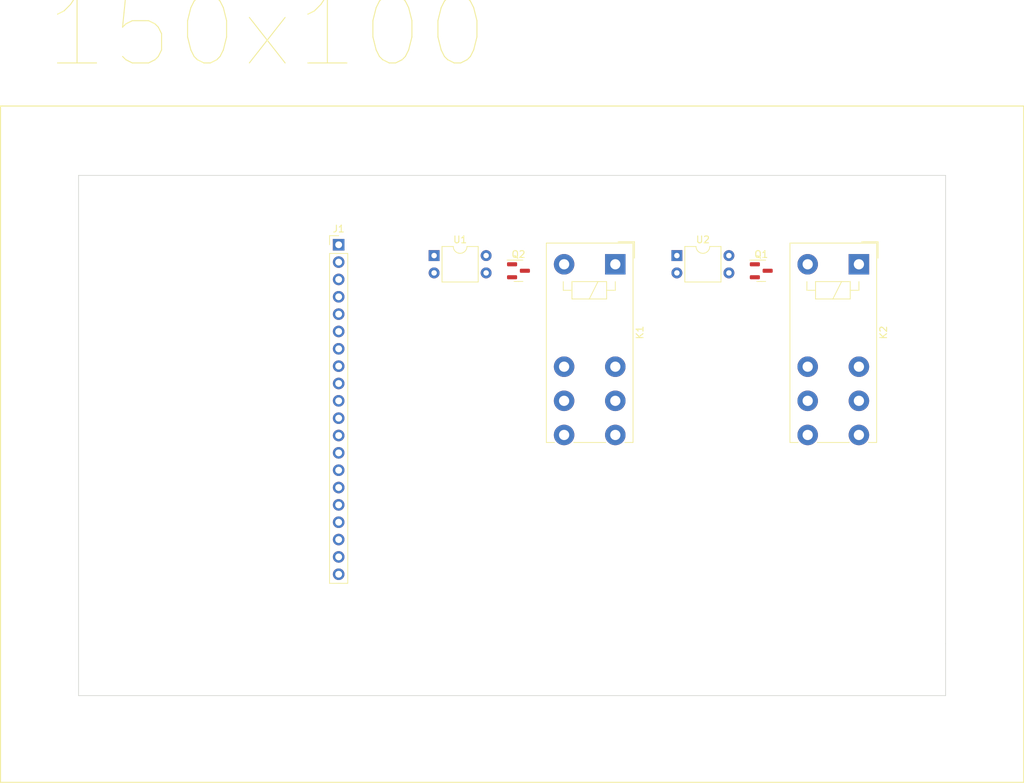
<source format=kicad_pcb>
(kicad_pcb (version 20221018) (generator pcbnew)
  (layers (0 "F.Cu" signal) (31 "B.Cu" signal) (34 "B.Paste" user) (35 "F.Paste" user) (36 "B.SilkS" user "B.Silkscreen") (37 "F.SilkS" user "F.Silkscreen") (38 "B.Mask" user) (39 "F.Mask" user) (44 "Edge.Cuts" user))
  (net 0 "")
  (net 1 "+5V")
  (net 2 "GND")
  (net 3 "Net-(Q2-G)")
  (net 4 "GNDD")
  (net 14 "Net-(J2-Pin_1)")
  (net 15 "Net-(J2-Pin_4)")
  (net 16 "Net-(J2-Pin_2)")
  (net 17 "Net-(J2-Pin_3)")
  (net 18 "Net-(R1-Pad2)")
  (net 21 "Net-(Q1-G)")
  (net 22 "Net-(R2-Pad2)")
  (net 25 "Net-(D1-K)")
  (net 26 "Net-(J3-Pin_1)")
  (net 27 "Net-(J3-Pin_4)")
  (net 28 "Net-(J3-Pin_2)")
  (net 29 "Net-(J3-Pin_3)")
  (net 30 "Net-(D2-K)")
  (net 31 "Net-(J1-Pin_20)")
  (net 32 "Net-(J1-Pin_19)")
  (net 33 "Net-(J1-Pin_18)")
  (net 34 "Net-(J1-Pin_5)")
  (net 35 "Net-(J1-Pin_4)")
  (net 36 "Net-(J1-Pin_3)")
  (net 37 "Net-(J1-Pin_2)")
  (net 38 "Net-(J1-Pin_1)")
  (net 39 "Net-(D5-A)")
  (net 40 "Net-(D4-A)")
  (net 41 "Net-(D3-A)")
  (footprint "Package_TO_SOT_SMD:SOT-23" (layer "F.Cu") (at 176.1975 64.77)
    (fp_text reference "Q1" (at 0 -2.4) (layer "F.SilkS"))
    (fp_text value "2N7002")
    (fp_line (start 0 -1.56) (end -1.675 -1.56) (stroke (width 0.12)) (layer "F.SilkS"))
    (fp_line (start 0 -1.56) (end 0.65 -1.56) (stroke (width 0.12)) (layer "F.SilkS"))
    (fp_line (start 0 1.56) (end -0.65 1.56) (stroke (width 0.12)) (layer "F.SilkS"))
    (fp_line (start 0 1.56) (end 0.65 1.56) (stroke (width 0.12)) (layer "F.SilkS"))
    (pad "1" smd roundrect (at -0.9375 -0.95) (size 1.475 0.6) (layers "F.Cu" "F.Paste" "F.Mask") (net 21 "Net-(Q1-G)"))
    (pad "2" smd roundrect (at -0.9375 0.95) (size 1.475 0.6) (layers "F.Cu" "F.Paste" "F.Mask") (net 2 "GND"))
    (pad "3" smd roundrect (at 0.9375 0) (size 1.475 0.6) (layers "F.Cu" "F.Paste" "F.Mask") (net 30 "Net-(D2-K)"))
  )
  (footprint "Relay_THT:Relay_DPDT_Finder_40.52" (layer "F.Cu") (at 190.5 63.82 -90)
    (fp_text reference "K2" (at 10 -3.6 90) (layer "F.SilkS"))
    (fp_text value "RSM822")
    (fp_line (start -3.3 -0.4) (end -3.3 -2.8) (stroke (width 0.12)) (layer "F.SilkS"))
    (fp_line (start -3.1 -2.6) (end 26.1 -2.6) (stroke (width 0.12)) (layer "F.SilkS"))
    (fp_line (start -3.1 10.1) (end -3.1 -2.6) (stroke (width 0.12)) (layer "F.SilkS"))
    (fp_line (start -0.9 -2.8) (end -3.3 -2.8) (stroke (width 0.12)) (layer "F.SilkS"))
    (fp_line (start 2.54 0) (end 3.81 0) (stroke (width 0.12)) (layer "F.SilkS"))
    (fp_line (start 2.54 1.27) (end 3.81 1.27) (stroke (width 0.12)) (layer "F.SilkS"))
    (fp_line (start 2.54 2.54) (end 5.08 3.81) (stroke (width 0.12)) (layer "F.SilkS"))
    (fp_line (start 2.54 6.35) (end 2.54 1.27) (stroke (width 0.12)) (layer "F.SilkS"))
    (fp_line (start 3.81 0) (end 3.81 1.27) (stroke (width 0.12)) (layer "F.SilkS"))
    (fp_line (start 3.81 1.27) (end 5.08 1.27) (stroke (width 0.12)) (layer "F.SilkS"))
    (fp_line (start 3.81 6.35) (end 3.81 7.62) (stroke (width 0.12)) (layer "F.SilkS"))
    (fp_line (start 3.81 7.62) (end 2.54 7.62) (stroke (width 0.12)) (layer "F.SilkS"))
    (fp_line (start 5.08 1.27) (end 5.08 6.35) (stroke (width 0.12)) (layer "F.SilkS"))
    (fp_line (start 5.08 6.35) (end 2.54 6.35) (stroke (width 0.12)) (layer "F.SilkS"))
    (fp_line (start 26.1 -2.6) (end 26.1 -1.4) (stroke (width 0.12)) (layer "F.SilkS"))
    (fp_line (start 26.1 1.4) (end 26.1 6.1) (stroke (width 0.12)) (layer "F.SilkS"))
    (fp_line (start 26.1 8.9) (end 26.1 10.1) (stroke (width 0.12)) (layer "F.SilkS"))
    (fp_line (start 26.1 10.1) (end -3.1 10.1) (stroke (width 0.12)) (layer "F.SilkS"))
    (pad "11" thru_hole circle (at 20 0 270) (size 3 3) (drill 1.5) (layers "*.Cu" "*.Mask") (net 26 "Net-(J3-Pin_1)"))
    (pad "12" thru_hole circle (at 15 0 270) (size 3 3) (drill 1.5) (layers "*.Cu" "*.Mask"))
    (pad "14" thru_hole circle (at 25 0 270) (size 3 3) (drill 1.5) (layers "*.Cu" "*.Mask") (net 27 "Net-(J3-Pin_4)"))
    (pad "21" thru_hole circle (at 20 7.5 270) (size 3 3) (drill 1.5) (layers "*.Cu" "*.Mask") (net 28 "Net-(J3-Pin_2)"))
    (pad "22" thru_hole circle (at 15 7.5 270) (size 3 3) (drill 1.5) (layers "*.Cu" "*.Mask"))
    (pad "24" thru_hole circle (at 25 7.5 270) (size 3 3) (drill 1.5) (layers "*.Cu" "*.Mask") (net 29 "Net-(J3-Pin_3)"))
    (pad "A1" thru_hole rect (at 0 0 270) (size 3 3) (drill 1.5) (layers "*.Cu" "*.Mask") (net 1 "+5V"))
    (pad "A2" thru_hole circle (at 0 7.5 270) (size 3 3) (drill 1.5) (layers "*.Cu" "*.Mask") (net 30 "Net-(D2-K)"))
  )
  (footprint "Package_TO_SOT_SMD:SOT-23" (layer "F.Cu") (at 140.6375 64.77)
    (fp_text reference "Q2" (at 0 -2.4) (layer "F.SilkS"))
    (fp_text value "2N7002")
    (fp_line (start 0 -1.56) (end -1.675 -1.56) (stroke (width 0.12)) (layer "F.SilkS"))
    (fp_line (start 0 -1.56) (end 0.65 -1.56) (stroke (width 0.12)) (layer "F.SilkS"))
    (fp_line (start 0 1.56) (end -0.65 1.56) (stroke (width 0.12)) (layer "F.SilkS"))
    (fp_line (start 0 1.56) (end 0.65 1.56) (stroke (width 0.12)) (layer "F.SilkS"))
    (pad "1" smd roundrect (at -0.9375 -0.95) (size 1.475 0.6) (layers "F.Cu" "F.Paste" "F.Mask") (net 3 "Net-(Q2-G)"))
    (pad "2" smd roundrect (at -0.9375 0.95) (size 1.475 0.6) (layers "F.Cu" "F.Paste" "F.Mask") (net 2 "GND"))
    (pad "3" smd roundrect (at 0.9375 0) (size 1.475 0.6) (layers "F.Cu" "F.Paste" "F.Mask") (net 25 "Net-(D1-K)"))
  )
  (footprint "Relay_THT:Relay_DPDT_Finder_40.52" (layer "F.Cu") (at 154.82 63.82 -90)
    (fp_text reference "K1" (at 10 -3.6 90) (layer "F.SilkS"))
    (fp_text value "RSM822")
    (fp_line (start -3.3 -0.4) (end -3.3 -2.8) (stroke (width 0.12)) (layer "F.SilkS"))
    (fp_line (start -3.1 -2.6) (end 26.1 -2.6) (stroke (width 0.12)) (layer "F.SilkS"))
    (fp_line (start -3.1 10.1) (end -3.1 -2.6) (stroke (width 0.12)) (layer "F.SilkS"))
    (fp_line (start -0.9 -2.8) (end -3.3 -2.8) (stroke (width 0.12)) (layer "F.SilkS"))
    (fp_line (start 2.54 0) (end 3.81 0) (stroke (width 0.12)) (layer "F.SilkS"))
    (fp_line (start 2.54 1.27) (end 3.81 1.27) (stroke (width 0.12)) (layer "F.SilkS"))
    (fp_line (start 2.54 2.54) (end 5.08 3.81) (stroke (width 0.12)) (layer "F.SilkS"))
    (fp_line (start 2.54 6.35) (end 2.54 1.27) (stroke (width 0.12)) (layer "F.SilkS"))
    (fp_line (start 3.81 0) (end 3.81 1.27) (stroke (width 0.12)) (layer "F.SilkS"))
    (fp_line (start 3.81 1.27) (end 5.08 1.27) (stroke (width 0.12)) (layer "F.SilkS"))
    (fp_line (start 3.81 6.35) (end 3.81 7.62) (stroke (width 0.12)) (layer "F.SilkS"))
    (fp_line (start 3.81 7.62) (end 2.54 7.62) (stroke (width 0.12)) (layer "F.SilkS"))
    (fp_line (start 5.08 1.27) (end 5.08 6.35) (stroke (width 0.12)) (layer "F.SilkS"))
    (fp_line (start 5.08 6.35) (end 2.54 6.35) (stroke (width 0.12)) (layer "F.SilkS"))
    (fp_line (start 26.1 -2.6) (end 26.1 -1.4) (stroke (width 0.12)) (layer "F.SilkS"))
    (fp_line (start 26.1 1.4) (end 26.1 6.1) (stroke (width 0.12)) (layer "F.SilkS"))
    (fp_line (start 26.1 8.9) (end 26.1 10.1) (stroke (width 0.12)) (layer "F.SilkS"))
    (fp_line (start 26.1 10.1) (end -3.1 10.1) (stroke (width 0.12)) (layer "F.SilkS"))
    (pad "11" thru_hole circle (at 20 0 270) (size 3 3) (drill 1.5) (layers "*.Cu" "*.Mask") (net 14 "Net-(J2-Pin_1)"))
    (pad "12" thru_hole circle (at 15 0 270) (size 3 3) (drill 1.5) (layers "*.Cu" "*.Mask"))
    (pad "14" thru_hole circle (at 25 0 270) (size 3 3) (drill 1.5) (layers "*.Cu" "*.Mask") (net 15 "Net-(J2-Pin_4)"))
    (pad "21" thru_hole circle (at 20 7.5 270) (size 3 3) (drill 1.5) (layers "*.Cu" "*.Mask") (net 16 "Net-(J2-Pin_2)"))
    (pad "22" thru_hole circle (at 15 7.5 270) (size 3 3) (drill 1.5) (layers "*.Cu" "*.Mask"))
    (pad "24" thru_hole circle (at 25 7.5 270) (size 3 3) (drill 1.5) (layers "*.Cu" "*.Mask") (net 17 "Net-(J2-Pin_3)"))
    (pad "A1" thru_hole rect (at 0 0 270) (size 3 3) (drill 1.5) (layers "*.Cu" "*.Mask") (net 1 "+5V"))
    (pad "A2" thru_hole circle (at 0 7.5 270) (size 3 3) (drill 1.5) (layers "*.Cu" "*.Mask") (net 25 "Net-(D1-K)"))
  )
  (footprint "Package_DIP:DIP-4_W7.62mm" (layer "F.Cu") (at 163.84 62.545)
    (fp_text reference "U2" (at 3.81 -2.33) (layer "F.SilkS"))
    (fp_text value "EL817")
    (fp_line (start 1.16 -1.33) (end 1.16 3.87) (stroke (width 0.12)) (layer "F.SilkS"))
    (fp_line (start 1.16 3.87) (end 6.46 3.87) (stroke (width 0.12)) (layer "F.SilkS"))
    (fp_line (start 2.81 -1.33) (end 1.16 -1.33) (stroke (width 0.12)) (layer "F.SilkS"))
    (fp_line (start 6.46 -1.33) (end 4.81 -1.33) (stroke (width 0.12)) (layer "F.SilkS"))
    (fp_line (start 6.46 3.87) (end 6.46 -1.33) (stroke (width 0.12)) (layer "F.SilkS"))
    (fp_arc (start 4.81 -1.33) (mid 3.81 -0.33) (end 2.81 -1.33) (stroke (width 0.12)) (layer "F.SilkS"))
    (pad "1" thru_hole rect (at 0 0) (size 1.6 1.6) (drill 0.8) (layers "*.Cu" "*.Mask") (net 22 "Net-(R2-Pad2)"))
    (pad "2" thru_hole oval (at 0 2.54) (size 1.6 1.6) (drill 0.8) (layers "*.Cu" "*.Mask") (net 4 "GNDD"))
    (pad "3" thru_hole oval (at 7.62 2.54) (size 1.6 1.6) (drill 0.8) (layers "*.Cu" "*.Mask") (net 2 "GND"))
    (pad "4" thru_hole oval (at 7.62 0) (size 1.6 1.6) (drill 0.8) (layers "*.Cu" "*.Mask") (net 21 "Net-(Q1-G)"))
  )
  (footprint "Package_DIP:DIP-4_W7.62mm" (layer "F.Cu") (at 128.28 62.545)
    (fp_text reference "U1" (at 3.81 -2.33) (layer "F.SilkS"))
    (fp_text value "EL817")
    (fp_line (start 1.16 -1.33) (end 1.16 3.87) (stroke (width 0.12)) (layer "F.SilkS"))
    (fp_line (start 1.16 3.87) (end 6.46 3.87) (stroke (width 0.12)) (layer "F.SilkS"))
    (fp_line (start 2.81 -1.33) (end 1.16 -1.33) (stroke (width 0.12)) (layer "F.SilkS"))
    (fp_line (start 6.46 -1.33) (end 4.81 -1.33) (stroke (width 0.12)) (layer "F.SilkS"))
    (fp_line (start 6.46 3.87) (end 6.46 -1.33) (stroke (width 0.12)) (layer "F.SilkS"))
    (fp_arc (start 4.81 -1.33) (mid 3.81 -0.33) (end 2.81 -1.33) (stroke (width 0.12)) (layer "F.SilkS"))
    (pad "1" thru_hole rect (at 0 0) (size 1.6 1.6) (drill 0.8) (layers "*.Cu" "*.Mask") (net 18 "Net-(R1-Pad2)"))
    (pad "2" thru_hole oval (at 0 2.54) (size 1.6 1.6) (drill 0.8) (layers "*.Cu" "*.Mask") (net 4 "GNDD"))
    (pad "3" thru_hole oval (at 7.62 2.54) (size 1.6 1.6) (drill 0.8) (layers "*.Cu" "*.Mask") (net 2 "GND"))
    (pad "4" thru_hole oval (at 7.62 0) (size 1.6 1.6) (drill 0.8) (layers "*.Cu" "*.Mask") (net 3 "Net-(Q2-G)"))
  )
  (footprint "Connector_PinHeader_2.54mm:PinHeader_1x20_P2.54mm_Vertical" (layer "F.Cu") (at 114.3 60.96)
    (fp_text reference "J1" (at 0 -2.33) (layer "F.SilkS"))
    (fp_text value "Conn_01x20_Male")
    (fp_line (start -1.33 -1.33) (end 0 -1.33) (stroke (width 0.12)) (layer "F.SilkS"))
    (fp_line (start -1.33 0) (end -1.33 -1.33) (stroke (width 0.12)) (layer "F.SilkS"))
    (fp_line (start -1.33 1.27) (end -1.33 49.59) (stroke (width 0.12)) (layer "F.SilkS"))
    (fp_line (start -1.33 1.27) (end 1.33 1.27) (stroke (width 0.12)) (layer "F.SilkS"))
    (fp_line (start -1.33 49.59) (end 1.33 49.59) (stroke (width 0.12)) (layer "F.SilkS"))
    (fp_line (start 1.33 1.27) (end 1.33 49.59) (stroke (width 0.12)) (layer "F.SilkS"))
    (pad "1" thru_hole rect (at 0 0) (size 1.7 1.7) (drill 1) (layers "*.Cu" "*.Mask") (net 38 "Net-(J1-Pin_1)"))
    (pad "2" thru_hole oval (at 0 2.54) (size 1.7 1.7) (drill 1) (layers "*.Cu" "*.Mask") (net 37 "Net-(J1-Pin_2)"))
    (pad "3" thru_hole oval (at 0 5.08) (size 1.7 1.7) (drill 1) (layers "*.Cu" "*.Mask") (net 36 "Net-(J1-Pin_3)"))
    (pad "4" thru_hole oval (at 0 7.62) (size 1.7 1.7) (drill 1) (layers "*.Cu" "*.Mask") (net 35 "Net-(J1-Pin_4)"))
    (pad "5" thru_hole oval (at 0 10.16) (size 1.7 1.7) (drill 1) (layers "*.Cu" "*.Mask") (net 34 "Net-(J1-Pin_5)"))
    (pad "6" thru_hole oval (at 0 12.7) (size 1.7 1.7) (drill 1) (layers "*.Cu" "*.Mask"))
    (pad "7" thru_hole oval (at 0 15.24) (size 1.7 1.7) (drill 1) (layers "*.Cu" "*.Mask"))
    (pad "8" thru_hole oval (at 0 17.78) (size 1.7 1.7) (drill 1) (layers "*.Cu" "*.Mask"))
    (pad "9" thru_hole oval (at 0 20.32) (size 1.7 1.7) (drill 1) (layers "*.Cu" "*.Mask"))
    (pad "10" thru_hole oval (at 0 22.86) (size 1.7 1.7) (drill 1) (layers "*.Cu" "*.Mask") (net 41 "Net-(D3-A)"))
    (pad "11" thru_hole oval (at 0 25.4) (size 1.7 1.7) (drill 1) (layers "*.Cu" "*.Mask"))
    (pad "12" thru_hole oval (at 0 27.94) (size 1.7 1.7) (drill 1) (layers "*.Cu" "*.Mask"))
    (pad "13" thru_hole oval (at 0 30.48) (size 1.7 1.7) (drill 1) (layers "*.Cu" "*.Mask") (net 40 "Net-(D4-A)"))
    (pad "14" thru_hole oval (at 0 33.02) (size 1.7 1.7) (drill 1) (layers "*.Cu" "*.Mask"))
    (pad "15" thru_hole oval (at 0 35.56) (size 1.7 1.7) (drill 1) (layers "*.Cu" "*.Mask"))
    (pad "16" thru_hole oval (at 0 38.1) (size 1.7 1.7) (drill 1) (layers "*.Cu" "*.Mask") (net 39 "Net-(D5-A)"))
    (pad "17" thru_hole oval (at 0 40.64) (size 1.7 1.7) (drill 1) (layers "*.Cu" "*.Mask"))
    (pad "18" thru_hole oval (at 0 43.18) (size 1.7 1.7) (drill 1) (layers "*.Cu" "*.Mask") (net 33 "Net-(J1-Pin_18)"))
    (pad "19" thru_hole oval (at 0 45.72) (size 1.7 1.7) (drill 1) (layers "*.Cu" "*.Mask") (net 32 "Net-(J1-Pin_19)"))
    (pad "20" thru_hole oval (at 0 48.26) (size 1.7 1.7) (drill 1) (layers "*.Cu" "*.Mask") (net 31 "Net-(J1-Pin_20)"))
  )
  (gr_line (start 64.77 139.7) (end 64.77 40.64) (stroke (width 0.15)) (layer "F.SilkS"))
  (gr_line (start 214.63 40.64) (end 214.63 139.7) (stroke (width 0.15)) (layer "F.SilkS"))
  (gr_line (start 214.63 139.7) (end 64.77 139.7) (stroke (width 0.15)) (layer "F.SilkS"))
  (gr_line (start 64.77 40.64) (end 214.63 40.64) (stroke (width 0.15)) (layer "F.SilkS"))
  (gr_line (start 203.2 119.38) (end 203.2 127) (stroke (width 0.1)) (layer "Edge.Cuts"))
  (gr_line (start 203.2 50.8) (end 203.2 119.38) (stroke (width 0.1)) (layer "Edge.Cuts"))
  (gr_line (start 76.2 50.8) (end 203.2 50.8) (stroke (width 0.1)) (layer "Edge.Cuts"))
  (gr_line (start 203.2 127) (end 76.2 127) (stroke (width 0.1)) (layer "Edge.Cuts"))
  (gr_line (start 76.2 127) (end 76.2 50.8) (stroke (width 0.1)) (layer "Edge.Cuts"))
  (gr_text "150x100" (at 71.12 35.56) (layer "F.SilkS") (effects (font (size 10 10)) (justify left bottom)))
)
</source>
